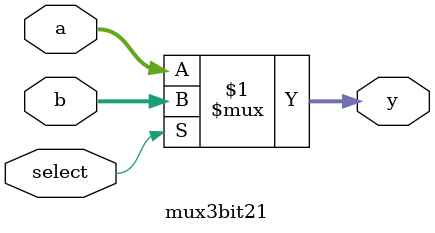
<source format=v>
module mux3bit21(a,b,select,y);
input [2:0]a;
input [2:0]b;
input select;
output [2:0]y;

assign y=select?b:a;
endmodule


</source>
